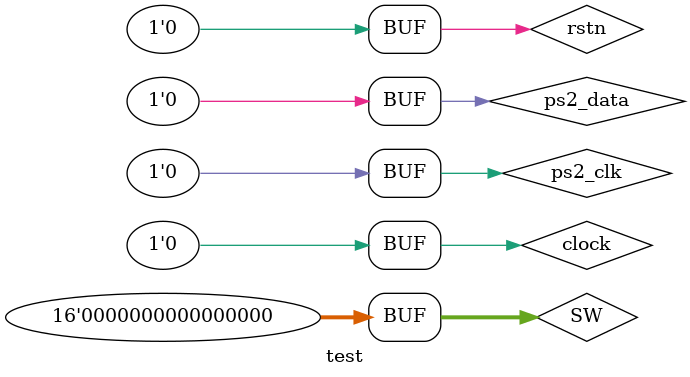
<source format=v>
`timescale 1ns / 1ps


module test;

	// Inputs
	reg clock;
	reg rstn;
	reg [15:0] SW;
	reg ps2_clk;
	reg ps2_data;

	// Outputs
	wire hs;
	wire vs;
	wire [3:0] r;
	wire [3:0] g;
	wire [3:0] b;
	wire SEGLED_CLK;
	wire SEGLED_CLR;
	wire SEGLED_DO;
	wire SEGLED_PEN;
	wire buzzer;

	// Bidirs
	wire [4:0] BTN_X;
	wire [3:0] BTN_Y;

	// Instantiate the Unit Under Test (UUT)
	Top uut (
		.clock(clock), 
		.rstn(rstn), 
		.SW(SW), 
		.ps2_clk(ps2_clk), 
		.ps2_data(ps2_data), 
		.hs(hs), 
		.vs(vs), 
		.r(r), 
		.g(g), 
		.b(b), 
		.SEGLED_CLK(SEGLED_CLK), 
		.SEGLED_CLR(SEGLED_CLR), 
		.SEGLED_DO(SEGLED_DO), 
		.SEGLED_PEN(SEGLED_PEN), 
		.BTN_X(BTN_X), 
		.BTN_Y(BTN_Y), 
		.buzzer(buzzer)
	);

	initial begin
		// Initialize Inputs
		clock = 0;
		rstn = 0;
		SW = 0;
		ps2_clk = 0;
		ps2_data = 0;

		// Wait 100 ns for global reset to finish
		#100;
        
		// Add stimulus here

	end
      
endmodule


</source>
